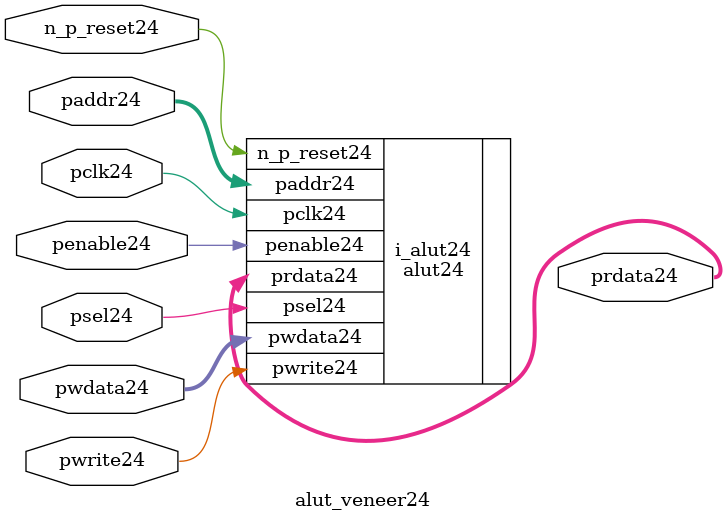
<source format=v>
module alut_veneer24
(   
   // Inputs24
   pclk24,
   n_p_reset24,
   psel24,            
   penable24,       
   pwrite24,         
   paddr24,           
   pwdata24,          

   // Outputs24
   prdata24  
);

   // APB24 Inputs24
   input             pclk24;               // APB24 clock24                          
   input             n_p_reset24;          // Reset24                              
   input             psel24;               // Module24 select24 signal24               
   input             penable24;            // Enable24 signal24                      
   input             pwrite24;             // Write when HIGH24 and read when LOW24  
   input [6:0]       paddr24;              // Address bus for read write         
   input [31:0]      pwdata24;             // APB24 write bus                      

   output [31:0]     prdata24;             // APB24 read bus                       


//-----------------------------------------------------------------------
//##############################################################################
// if the ALUT24 is NOT24 black24 boxed24 
//##############################################################################
`ifndef FV_KIT_BLACK_BOX_LUT24 


alut24 i_alut24 (
        //inputs24
        . n_p_reset24(n_p_reset24),
        . pclk24(pclk24),
        . psel24(psel24),
        . penable24(penable24),
        . pwrite24(pwrite24),
        . paddr24(paddr24[6:0]),
        . pwdata24(pwdata24),

        //outputs24
        . prdata24(prdata24)
);


`else 
//##############################################################################
// if the <module> is black24 boxed24 
//##############################################################################

   // APB24 Inputs24
   wire              pclk24;               // APB24 clock24                          
   wire              n_p_reset24;          // Reset24                              
   wire              psel24;               // Module24 select24 signal24               
   wire              penable24;            // Enable24 signal24                      
   wire              pwrite24;             // Write when HIGH24 and read when LOW24  
   wire  [6:0]       paddr24;              // Address bus for read write         
   wire  [31:0]      pwdata24;             // APB24 write bus                      

   reg   [31:0]      prdata24;             // APB24 read bus                       


`endif

endmodule

</source>
